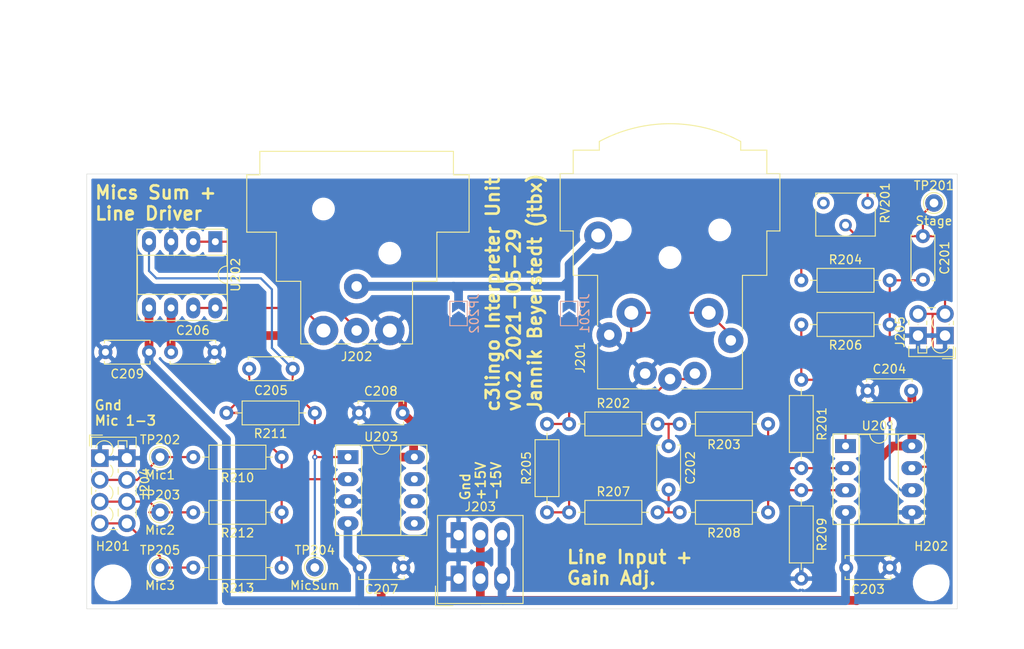
<source format=kicad_pcb>
(kicad_pcb (version 20171130) (host pcbnew "(5.1.10-1-10_14)")
  (title_block (title "c3lingo interpeter unit -- channel strip") (date 2021-05-29) (rev v0.2) (company "Jannik Beyerstedt (jtbx)") (comment 1 "Prototype 1"))
  (layers (0 F.Cu signal) (31 B.Cu signal) (34 B.Paste user) (35 F.Paste user) (36 B.SilkS user) (37 F.SilkS user) (38 B.Mask user) (39 F.Mask user) (44 Edge.Cuts user))
  (net 0 "")
  (net 1 -15V)
  (net 2 +15V)
  (net 3 GND)
  (net 4 /StageSignal)
  (net 5 "Net-(C201-Pad2)")
  (net 6 "Net-(C202-Pad2)")
  (net 7 "Net-(C202-Pad1)")
  (net 8 "Net-(C205-Pad2)")
  (net 9 "Net-(C205-Pad1)")
  (net 10 "Net-(J201-Pad3)")
  (net 11 "Net-(J201-Pad2)")
  (net 12 GNDREF)
  (net 13 "Net-(J202-Pad2)")
  (net 14 "Net-(J202-Pad3)")
  (net 15 /Mix_Ch3)
  (net 16 /Mix_Ch2)
  (net 17 /Mix_Ch1)
  (net 18 "Net-(R201-Pad2)")
  (net 19 "Net-(R201-Pad1)")
  (net 20 "Net-(R204-Pad1)")
  (net 21 "Net-(R208-Pad1)")
  (module MountingHole:MountingHole_3.2mm_M3 (layer F.Cu) (at 147 97)
    (fp_text reference H202 (at 0 -4.2) (layer F.SilkS))
    (fp_text value MountingHole)
    (pad 1 np_thru_hole circle (at 0 0) (size 3.2 3.2) (drill 3.2) (layers *.Cu *.Mask))
  )
  (module MountingHole:MountingHole_3.2mm_M3 (layer F.Cu) (at 53 97)
    (fp_text reference H201 (at 0 -4.2) (layer F.SilkS))
    (fp_text value MountingHole)
    (pad 1 np_thru_hole circle (at 0 0) (size 3.2 3.2) (drill 3.2) (layers *.Cu *.Mask))
  )
  (module TerminalBlock_Phoenix:TerminalBlock_Phoenix_PTSM-0,5-2-2.5-V-THR_1x02_P2.50mm_Vertical (layer F.Cu) (at 148.59 68.58 90)
    (fp_text reference J205 (at 0.4 -5.16 90) (layer F.SilkS))
    (fp_text value Output)
    (pad 2 thru_hole circle (at 2.5 -3.1 90) (size 2 2) (drill 1.2) (layers *.Cu *.Mask) (net 4 /StageSignal))
    (pad 2 thru_hole circle (at 2.5 0 90) (size 2 2) (drill 1.2) (layers *.Cu *.Mask) (net 4 /StageSignal))
    (pad 1 thru_hole rect (at 0 -3.1 90) (size 2 2) (drill 1.2) (layers *.Cu *.Mask) (net 3 GND))
    (pad 1 thru_hole rect (at 0 0 90) (size 2 2) (drill 1.2) (layers *.Cu *.Mask) (net 3 GND))
  )
  (module TerminalBlock_Phoenix:TerminalBlock_Phoenix_PTSM-0,5-4-2.5-V-THR_1x04_P2.50mm_Vertical (layer F.Cu) (at 51.51 82.67 270)
    (fp_text reference J204 (at 2.9 -5.16 90) (layer F.SilkS))
    (fp_text value Inputs)
    (pad 4 thru_hole circle (at 7.5 -3.1 270) (size 2 2) (drill 1.2) (layers *.Cu *.Mask) (net 15 /Mix_Ch3))
    (pad 4 thru_hole circle (at 7.5 0 270) (size 2 2) (drill 1.2) (layers *.Cu *.Mask) (net 15 /Mix_Ch3))
    (pad 3 thru_hole circle (at 5 -3.1 270) (size 2 2) (drill 1.2) (layers *.Cu *.Mask) (net 16 /Mix_Ch2))
    (pad 3 thru_hole circle (at 5 0 270) (size 2 2) (drill 1.2) (layers *.Cu *.Mask) (net 16 /Mix_Ch2))
    (pad 2 thru_hole circle (at 2.5 -3.1 270) (size 2 2) (drill 1.2) (layers *.Cu *.Mask) (net 17 /Mix_Ch1))
    (pad 2 thru_hole circle (at 2.5 0 270) (size 2 2) (drill 1.2) (layers *.Cu *.Mask) (net 17 /Mix_Ch1))
    (pad 1 thru_hole rect (at 0 -3.1 270) (size 2 2) (drill 1.2) (layers *.Cu *.Mask) (net 3 GND))
    (pad 1 thru_hole rect (at 0 0 270) (size 2 2) (drill 1.2) (layers *.Cu *.Mask) (net 3 GND))
  )
  (module TerminalBlock_Phoenix:TerminalBlock_Phoenix_PTSM-0,5-3-2.5-H-THR_1x03_P2.50mm_Horizontal (layer F.Cu) (at 92.71 96.52)
    (fp_text reference J203 (at 2.5 -8.26) (layer F.SilkS))
    (fp_text value PowerSupply)
    (pad 3 thru_hole oval (at 5 -5) (size 1.8 3) (drill 1.2) (layers *.Cu *.Mask) (net 1 -15V))
    (pad 3 thru_hole oval (at 5 0) (size 1.8 3) (drill 1.2) (layers *.Cu *.Mask) (net 1 -15V))
    (pad 2 thru_hole oval (at 2.5 -5) (size 1.8 3) (drill 1.2) (layers *.Cu *.Mask) (net 2 +15V))
    (pad 2 thru_hole oval (at 2.5 0) (size 1.8 3) (drill 1.2) (layers *.Cu *.Mask) (net 2 +15V))
    (pad 1 thru_hole rect (at 0 -5) (size 1.8 3) (drill 1.2) (layers *.Cu *.Mask) (net 3 GND))
    (pad 1 thru_hole rect (at 0 0) (size 1.8 3) (drill 1.2) (layers *.Cu *.Mask) (net 3 GND))
  )
  (module Connector_Audio:Jack_XLR_Neutrik_NC3MAAH_Horizontal (layer F.Cu) (at 84.81 68 180)
    (fp_text reference J202 (at 3.81 -3) (layer F.SilkS))
    (fp_text value "Mix Line-Out")
    (pad G thru_hole circle (at 3.81 5.08 180) (size 2.9 2.9) (drill 1.2) (layers *.Cu *.Mask) (net 12 GNDREF))
    (pad "" np_thru_hole circle (at 0 8.89 180) (size 1.6 1.6) (drill 1.6) (layers *.Cu *.Mask))
    (pad "" np_thru_hole circle (at 7.62 13.97 180) (size 1.6 1.6) (drill 1.6) (layers *.Cu *.Mask))
    (pad 3 thru_hole circle (at 3.81 0 180) (size 2.9 2.9) (drill 1.2) (layers *.Cu *.Mask) (net 14 "Net-(J202-Pad3)"))
    (pad 1 thru_hole circle (at 0 0 180) (size 3.4 3.4) (drill 1.6) (layers *.Cu *.Mask) (net 3 GND))
    (pad 2 thru_hole circle (at 7.62 0 180) (size 3.4 3.4) (drill 1.6) (layers *.Cu *.Mask) (net 13 "Net-(J202-Pad2)"))
  )
  (module Connector_Audio:Jack_XLR-6.35mm_Neutrik_NCJ6FA-H_Horizontal (layer F.Cu) (at 110.015 68.5 90)
    (fp_text reference J201 (at -2.62 -3.32 90) (layer F.SilkS))
    (fp_text value "Stage Line-In")
    (pad "" np_thru_hole circle (at 12.065 12.7 90) (size 1.6 1.6) (drill 1.6) (layers *.Cu *.Mask))
    (pad "" np_thru_hole circle (at 12.065 1.27 90) (size 1.6 1.6) (drill 1.6) (layers *.Cu *.Mask))
    (pad G thru_hole circle (at 11.43 -1.27 90) (size 3.2 3.2) (drill 1.6) (layers *.Cu *.Mask) (net 12 GNDREF))
    (pad "" np_thru_hole circle (at 8.89 6.985 90) (size 1.6 1.6) (drill 1.6) (layers *.Cu *.Mask))
    (pad T thru_hole circle (at 2.54 2.54 90) (size 3.4 3.4) (drill 1.6) (layers *.Cu *.Mask) (net 11 "Net-(J201-Pad2)"))
    (pad T thru_hole circle (at 2.54 11.43 90) (size 3.4 3.4) (drill 1.6) (layers *.Cu *.Mask) (net 11 "Net-(J201-Pad2)"))
    (pad R thru_hole circle (at -4.445 9.8425 90) (size 2.7 2.7) (drill 1.2) (layers *.Cu *.Mask) (net 10 "Net-(J201-Pad3)"))
    (pad S thru_hole circle (at -4.445 4.1275 90) (size 2.7 2.7) (drill 1.2) (layers *.Cu *.Mask) (net 3 GND))
    (pad 3 thru_hole circle (at -5.08 6.985 90) (size 2.7 2.7) (drill 1.2) (layers *.Cu *.Mask) (net 10 "Net-(J201-Pad3)"))
    (pad 2 thru_hole circle (at -0.635 13.97 90) (size 2.9 2.9) (drill 1.2) (layers *.Cu *.Mask) (net 11 "Net-(J201-Pad2)"))
    (pad 1 thru_hole circle (at 0 0 90) (size 2.9 2.9) (drill 1.2) (layers *.Cu *.Mask) (net 3 GND))
  )
  (module Jumper:SolderJumper-2_P1.3mm_Open_TrianglePad1.0x1.5mm (layer B.Cu) (at 92.71 66.04 90)
    (fp_text reference JP202 (at 0 1.8 270) (layer B.SilkS) (effects (justify mirror)))
    (fp_text value GND_JMP)
    (pad 1 smd custom (at -0.725 0 90) (size 0.3 0.3) (layers B.Cu B.Mask) (net 3 GND) (options (clearance outline) (anchor rect)) (primitives (gr_poly (pts (xy -0.5 0.75) (xy 0.5 0.75) (xy 1 0) (xy 0.5 -0.75) (xy -0.5 -0.75)) (width 0))))
    (pad 2 smd custom (at 0.725 0 90) (size 0.3 0.3) (layers B.Cu B.Mask) (net 12 GNDREF) (options (clearance outline) (anchor rect)) (primitives (gr_poly (pts (xy -0.65 0.75) (xy 0.5 0.75) (xy 0.5 -0.75) (xy -0.65 -0.75) (xy -0.15 0)) (width 0))))
  )
  (module Jumper:SolderJumper-2_P1.3mm_Open_TrianglePad1.0x1.5mm (layer B.Cu) (at 105.41 66.04 90)
    (fp_text reference JP201 (at 0 1.8 270) (layer B.SilkS) (effects (justify mirror)))
    (fp_text value GND_JMP)
    (pad 1 smd custom (at -0.725 0 90) (size 0.3 0.3) (layers B.Cu B.Mask) (net 3 GND) (options (clearance outline) (anchor rect)) (primitives (gr_poly (pts (xy -0.5 0.75) (xy 0.5 0.75) (xy 1 0) (xy 0.5 -0.75) (xy -0.5 -0.75)) (width 0))))
    (pad 2 smd custom (at 0.725 0 90) (size 0.3 0.3) (layers B.Cu B.Mask) (net 12 GNDREF) (options (clearance outline) (anchor rect)) (primitives (gr_poly (pts (xy -0.65 0.75) (xy 0.5 0.75) (xy 0.5 -0.75) (xy -0.65 -0.75) (xy -0.15 0)) (width 0))))
  )
  (module Package_DIP:DIP-8_W7.62mm_Socket_LongPads (layer F.Cu) (at 80.01 82.55)
    (fp_text reference U203 (at 3.81 -2.33) (layer F.SilkS))
    (fp_text value LM833N)
    (pad 8 thru_hole oval (at 7.62 0) (size 2.4 1.6) (drill 0.8) (layers *.Cu *.Mask) (net 2 +15V))
    (pad 4 thru_hole oval (at 0 7.62) (size 2.4 1.6) (drill 0.8) (layers *.Cu *.Mask) (net 1 -15V))
    (pad 7 thru_hole oval (at 7.62 2.54) (size 2.4 1.6) (drill 0.8) (layers *.Cu *.Mask))
    (pad 3 thru_hole oval (at 0 5.08) (size 2.4 1.6) (drill 0.8) (layers *.Cu *.Mask) (net 3 GND))
    (pad 6 thru_hole oval (at 7.62 5.08) (size 2.4 1.6) (drill 0.8) (layers *.Cu *.Mask))
    (pad 2 thru_hole oval (at 0 2.54) (size 2.4 1.6) (drill 0.8) (layers *.Cu *.Mask) (net 8 "Net-(C205-Pad2)"))
    (pad 5 thru_hole oval (at 7.62 7.62) (size 2.4 1.6) (drill 0.8) (layers *.Cu *.Mask))
    (pad 1 thru_hole rect (at 0 0) (size 2.4 1.6) (drill 0.8) (layers *.Cu *.Mask) (net 9 "Net-(C205-Pad1)"))
  )
  (module Potentiometer_THT:Potentiometer_Vishay_T73XX_Horizontal (layer F.Cu) (at 139.7 53.34 270)
    (fp_text reference RV201 (at 0 -2.01 90) (layer F.SilkS))
    (fp_text value 100K)
    (pad 1 thru_hole circle (at 0 0 270) (size 1.44 1.44) (drill 0.8) (layers *.Cu *.Mask) (net 20 "Net-(R204-Pad1)"))
    (pad 2 thru_hole circle (at 2.54 2.54 270) (size 1.44 1.44) (drill 0.8) (layers *.Cu *.Mask) (net 4 /StageSignal))
    (pad 3 thru_hole circle (at 0 5.08 270) (size 1.44 1.44) (drill 0.8) (layers *.Cu *.Mask))
  )
  (module Resistor_THT:R_Axial_DIN0207_L6.3mm_D2.5mm_P10.16mm_Horizontal (layer F.Cu) (at 105.41 88.9)
    (fp_text reference R207 (at 5.08 -2.37) (layer F.SilkS))
    (fp_text value 10K)
    (pad 2 thru_hole oval (at 10.16 0) (size 1.6 1.6) (drill 0.8) (layers *.Cu *.Mask) (net 6 "Net-(C202-Pad2)"))
    (pad 1 thru_hole circle (at 0 0) (size 1.6 1.6) (drill 0.8) (layers *.Cu *.Mask) (net 10 "Net-(J201-Pad3)"))
  )
  (module Resistor_THT:R_Axial_DIN0207_L6.3mm_D2.5mm_P10.16mm_Horizontal (layer F.Cu) (at 102.87 88.9 90)
    (fp_text reference R205 (at 5.08 -2.37 90) (layer F.SilkS))
    (fp_text value 3.3K)
    (pad 2 thru_hole oval (at 10.16 0 90) (size 1.6 1.6) (drill 0.8) (layers *.Cu *.Mask) (net 11 "Net-(J201-Pad2)"))
    (pad 1 thru_hole circle (at 0 0 90) (size 1.6 1.6) (drill 0.8) (layers *.Cu *.Mask) (net 10 "Net-(J201-Pad3)"))
  )
  (module Resistor_THT:R_Axial_DIN0207_L6.3mm_D2.5mm_P10.16mm_Horizontal (layer F.Cu) (at 105.41 78.74)
    (fp_text reference R202 (at 5.08 -2.37) (layer F.SilkS))
    (fp_text value 10K)
    (pad 2 thru_hole oval (at 10.16 0) (size 1.6 1.6) (drill 0.8) (layers *.Cu *.Mask) (net 7 "Net-(C202-Pad1)"))
    (pad 1 thru_hole circle (at 0 0) (size 1.6 1.6) (drill 0.8) (layers *.Cu *.Mask) (net 11 "Net-(J201-Pad2)"))
  )
  (module Capacitor_THT:C_Disc_D5.0mm_W2.5mm_P5.00mm (layer F.Cu) (at 116.84 81.28 270)
    (fp_text reference C202 (at 2.5 -2.5 90) (layer F.SilkS))
    (fp_text value 220pF)
    (pad 2 thru_hole circle (at 5 0 270) (size 1.6 1.6) (drill 0.8) (layers *.Cu *.Mask) (net 6 "Net-(C202-Pad2)"))
    (pad 1 thru_hole circle (at 0 0 270) (size 1.6 1.6) (drill 0.8) (layers *.Cu *.Mask) (net 7 "Net-(C202-Pad1)"))
  )
  (module TestPoint:TestPoint_THTPad_D2.0mm_Drill1.0mm (layer F.Cu) (at 58.42 95.25)
    (fp_text reference TP205 (at 0 -1.998) (layer F.SilkS))
    (fp_text value Mic3 (at 0 2.05) (layer F.SilkS))
    (pad 1 thru_hole circle (at 0 0) (size 2 2) (drill 1) (layers *.Cu *.Mask) (net 15 /Mix_Ch3))
  )
  (module TestPoint:TestPoint_THTPad_D2.0mm_Drill1.0mm (layer F.Cu) (at 58.42 88.9)
    (fp_text reference TP203 (at 0 -1.998) (layer F.SilkS))
    (fp_text value Mic2 (at 0 2.05) (layer F.SilkS))
    (pad 1 thru_hole circle (at 0 0) (size 2 2) (drill 1) (layers *.Cu *.Mask) (net 16 /Mix_Ch2))
  )
  (module TestPoint:TestPoint_THTPad_D2.0mm_Drill1.0mm (layer F.Cu) (at 58.42 82.55)
    (fp_text reference TP202 (at 0 -1.998) (layer F.SilkS))
    (fp_text value Mic1 (at 0 2.05) (layer F.SilkS))
    (pad 1 thru_hole circle (at 0 0) (size 2 2) (drill 1) (layers *.Cu *.Mask) (net 17 /Mix_Ch1))
  )
  (module TestPoint:TestPoint_THTPad_D2.0mm_Drill1.0mm (layer F.Cu) (at 147.32 53.34)
    (fp_text reference TP201 (at 0 -1.998) (layer F.SilkS))
    (fp_text value Stage (at 0 2.05) (layer F.SilkS))
    (pad 1 thru_hole circle (at 0 0) (size 2 2) (drill 1) (layers *.Cu *.Mask) (net 4 /StageSignal))
  )
  (module TestPoint:TestPoint_THTPad_D2.0mm_Drill1.0mm (layer F.Cu) (at 76.2 95.25)
    (fp_text reference TP204 (at 0 -1.998) (layer F.SilkS))
    (fp_text value MicSum (at 0 2.05) (layer F.SilkS))
    (pad 1 thru_hole circle (at 0 0) (size 2 2) (drill 1) (layers *.Cu *.Mask) (net 9 "Net-(C205-Pad1)"))
  )
  (module Capacitor_THT:C_Disc_D5.0mm_W2.5mm_P5.00mm (layer F.Cu) (at 73.66 72.39 180)
    (fp_text reference C205 (at 2.5 -2.5) (layer F.SilkS))
    (fp_text value 22pF)
    (pad 2 thru_hole circle (at 5 0 180) (size 1.6 1.6) (drill 0.8) (layers *.Cu *.Mask) (net 8 "Net-(C205-Pad2)"))
    (pad 1 thru_hole circle (at 0 0 180) (size 1.6 1.6) (drill 0.8) (layers *.Cu *.Mask) (net 9 "Net-(C205-Pad1)"))
  )
  (module Capacitor_THT:C_Disc_D5.0mm_W2.5mm_P5.00mm (layer F.Cu) (at 86.36 95.25 180)
    (fp_text reference C207 (at 2.5 -2.5) (layer F.SilkS))
    (fp_text value 100nF)
    (pad 2 thru_hole circle (at 5 0 180) (size 1.6 1.6) (drill 0.8) (layers *.Cu *.Mask) (net 1 -15V))
    (pad 1 thru_hole circle (at 0 0 180) (size 1.6 1.6) (drill 0.8) (layers *.Cu *.Mask) (net 3 GND))
  )
  (module Capacitor_THT:C_Disc_D5.0mm_W2.5mm_P5.00mm (layer F.Cu) (at 81.28 77.47)
    (fp_text reference C208 (at 2.5 -2.5) (layer F.SilkS))
    (fp_text value 100nF)
    (pad 2 thru_hole circle (at 5 0) (size 1.6 1.6) (drill 0.8) (layers *.Cu *.Mask) (net 2 +15V))
    (pad 1 thru_hole circle (at 0 0) (size 1.6 1.6) (drill 0.8) (layers *.Cu *.Mask) (net 3 GND))
  )
  (module Capacitor_THT:C_Disc_D5.0mm_W2.5mm_P5.00mm (layer F.Cu) (at 146.05 57.15 270)
    (fp_text reference C201 (at 2.5 -2.5 90) (layer F.SilkS))
    (fp_text value 47pF)
    (pad 1 thru_hole circle (at 0 0 270) (size 1.6 1.6) (drill 0.8) (layers *.Cu *.Mask) (net 4 /StageSignal))
    (pad 2 thru_hole circle (at 5 0 270) (size 1.6 1.6) (drill 0.8) (layers *.Cu *.Mask) (net 5 "Net-(C201-Pad2)"))
  )
  (module Capacitor_THT:C_Disc_D5.0mm_W2.5mm_P5.00mm (layer F.Cu) (at 142.24 95.25 180)
    (fp_text reference C203 (at 2.5 -2.5) (layer F.SilkS))
    (fp_text value 100nF)
    (pad 2 thru_hole circle (at 5 0 180) (size 1.6 1.6) (drill 0.8) (layers *.Cu *.Mask) (net 1 -15V))
    (pad 1 thru_hole circle (at 0 0 180) (size 1.6 1.6) (drill 0.8) (layers *.Cu *.Mask) (net 3 GND))
  )
  (module Capacitor_THT:C_Disc_D5.0mm_W2.5mm_P5.00mm (layer F.Cu) (at 139.7 74.93)
    (fp_text reference C204 (at 2.5 -2.5) (layer F.SilkS))
    (fp_text value 100nF)
    (pad 1 thru_hole circle (at 0 0) (size 1.6 1.6) (drill 0.8) (layers *.Cu *.Mask) (net 3 GND))
    (pad 2 thru_hole circle (at 5 0) (size 1.6 1.6) (drill 0.8) (layers *.Cu *.Mask) (net 2 +15V))
  )
  (module Capacitor_THT:C_Disc_D5.0mm_W2.5mm_P5.00mm (layer F.Cu) (at 59.69 70.485)
    (fp_text reference C206 (at 2.5 -2.5) (layer F.SilkS))
    (fp_text value 1uF)
    (pad 1 thru_hole circle (at 0 0) (size 1.6 1.6) (drill 0.8) (layers *.Cu *.Mask) (net 2 +15V))
    (pad 2 thru_hole circle (at 5 0) (size 1.6 1.6) (drill 0.8) (layers *.Cu *.Mask) (net 3 GND))
  )
  (module Capacitor_THT:C_Disc_D5.0mm_W2.5mm_P5.00mm (layer F.Cu) (at 57.15 70.485 180)
    (fp_text reference C209 (at 2.5 -2.5) (layer F.SilkS))
    (fp_text value 1uF)
    (pad 2 thru_hole circle (at 5 0 180) (size 1.6 1.6) (drill 0.8) (layers *.Cu *.Mask) (net 3 GND))
    (pad 1 thru_hole circle (at 0 0 180) (size 1.6 1.6) (drill 0.8) (layers *.Cu *.Mask) (net 1 -15V))
  )
  (module Resistor_THT:R_Axial_DIN0207_L6.3mm_D2.5mm_P10.16mm_Horizontal (layer F.Cu) (at 72.39 82.55 180)
    (fp_text reference R210 (at 5.08 -2.37) (layer F.SilkS))
    (fp_text value 22K)
    (pad 2 thru_hole oval (at 10.16 0 180) (size 1.6 1.6) (drill 0.8) (layers *.Cu *.Mask) (net 17 /Mix_Ch1))
    (pad 1 thru_hole circle (at 0 0 180) (size 1.6 1.6) (drill 0.8) (layers *.Cu *.Mask) (net 8 "Net-(C205-Pad2)"))
  )
  (module Resistor_THT:R_Axial_DIN0207_L6.3mm_D2.5mm_P10.16mm_Horizontal (layer F.Cu) (at 76.2 77.47 180)
    (fp_text reference R211 (at 5.08 -2.37) (layer F.SilkS))
    (fp_text value 22K)
    (pad 1 thru_hole circle (at 0 0 180) (size 1.6 1.6) (drill 0.8) (layers *.Cu *.Mask) (net 9 "Net-(C205-Pad1)"))
    (pad 2 thru_hole oval (at 10.16 0 180) (size 1.6 1.6) (drill 0.8) (layers *.Cu *.Mask) (net 8 "Net-(C205-Pad2)"))
  )
  (module Resistor_THT:R_Axial_DIN0207_L6.3mm_D2.5mm_P10.16mm_Horizontal (layer F.Cu) (at 72.39 88.9 180)
    (fp_text reference R212 (at 5.08 -2.37) (layer F.SilkS))
    (fp_text value 22K)
    (pad 2 thru_hole oval (at 10.16 0 180) (size 1.6 1.6) (drill 0.8) (layers *.Cu *.Mask) (net 16 /Mix_Ch2))
    (pad 1 thru_hole circle (at 0 0 180) (size 1.6 1.6) (drill 0.8) (layers *.Cu *.Mask) (net 8 "Net-(C205-Pad2)"))
  )
  (module Resistor_THT:R_Axial_DIN0207_L6.3mm_D2.5mm_P10.16mm_Horizontal (layer F.Cu) (at 72.39 95.25 180)
    (fp_text reference R213 (at 5.08 -2.37) (layer F.SilkS))
    (fp_text value 22K)
    (pad 2 thru_hole oval (at 10.16 0 180) (size 1.6 1.6) (drill 0.8) (layers *.Cu *.Mask) (net 15 /Mix_Ch3))
    (pad 1 thru_hole circle (at 0 0 180) (size 1.6 1.6) (drill 0.8) (layers *.Cu *.Mask) (net 8 "Net-(C205-Pad2)"))
  )
  (module Resistor_THT:R_Axial_DIN0207_L6.3mm_D2.5mm_P10.16mm_Horizontal (layer F.Cu) (at 132.08 73.66 270)
    (fp_text reference R201 (at 5.08 -2.37 90) (layer F.SilkS))
    (fp_text value 10K)
    (pad 2 thru_hole oval (at 10.16 0 270) (size 1.6 1.6) (drill 0.8) (layers *.Cu *.Mask) (net 18 "Net-(R201-Pad2)"))
    (pad 1 thru_hole circle (at 0 0 270) (size 1.6 1.6) (drill 0.8) (layers *.Cu *.Mask) (net 19 "Net-(R201-Pad1)"))
  )
  (module Resistor_THT:R_Axial_DIN0207_L6.3mm_D2.5mm_P10.16mm_Horizontal (layer F.Cu) (at 128.27 78.74 180)
    (fp_text reference R203 (at 5.08 -2.37) (layer F.SilkS))
    (fp_text value 10K)
    (pad 2 thru_hole oval (at 10.16 0 180) (size 1.6 1.6) (drill 0.8) (layers *.Cu *.Mask) (net 7 "Net-(C202-Pad1)"))
    (pad 1 thru_hole circle (at 0 0 180) (size 1.6 1.6) (drill 0.8) (layers *.Cu *.Mask) (net 18 "Net-(R201-Pad2)"))
  )
  (module Resistor_THT:R_Axial_DIN0207_L6.3mm_D2.5mm_P10.16mm_Horizontal (layer F.Cu) (at 132.08 62.23)
    (fp_text reference R204 (at 5.08 -2.37) (layer F.SilkS))
    (fp_text value 22K)
    (pad 2 thru_hole oval (at 10.16 0) (size 1.6 1.6) (drill 0.8) (layers *.Cu *.Mask) (net 5 "Net-(C201-Pad2)"))
    (pad 1 thru_hole circle (at 0 0) (size 1.6 1.6) (drill 0.8) (layers *.Cu *.Mask) (net 20 "Net-(R204-Pad1)"))
  )
  (module Resistor_THT:R_Axial_DIN0207_L6.3mm_D2.5mm_P10.16mm_Horizontal (layer F.Cu) (at 142.24 67.31 180)
    (fp_text reference R206 (at 5.08 -2.37) (layer F.SilkS))
    (fp_text value 47K)
    (pad 1 thru_hole circle (at 0 0 180) (size 1.6 1.6) (drill 0.8) (layers *.Cu *.Mask) (net 5 "Net-(C201-Pad2)"))
    (pad 2 thru_hole oval (at 10.16 0 180) (size 1.6 1.6) (drill 0.8) (layers *.Cu *.Mask) (net 19 "Net-(R201-Pad1)"))
  )
  (module Resistor_THT:R_Axial_DIN0207_L6.3mm_D2.5mm_P10.16mm_Horizontal (layer F.Cu) (at 128.27 88.9 180)
    (fp_text reference R208 (at 5.08 -2.37) (layer F.SilkS))
    (fp_text value 10K)
    (pad 1 thru_hole circle (at 0 0 180) (size 1.6 1.6) (drill 0.8) (layers *.Cu *.Mask) (net 21 "Net-(R208-Pad1)"))
    (pad 2 thru_hole oval (at 10.16 0 180) (size 1.6 1.6) (drill 0.8) (layers *.Cu *.Mask) (net 6 "Net-(C202-Pad2)"))
  )
  (module Resistor_THT:R_Axial_DIN0207_L6.3mm_D2.5mm_P10.16mm_Horizontal (layer F.Cu) (at 132.08 86.36 270)
    (fp_text reference R209 (at 5.08 -2.37 90) (layer F.SilkS))
    (fp_text value 10K)
    (pad 1 thru_hole circle (at 0 0 270) (size 1.6 1.6) (drill 0.8) (layers *.Cu *.Mask) (net 21 "Net-(R208-Pad1)"))
    (pad 2 thru_hole oval (at 10.16 0 270) (size 1.6 1.6) (drill 0.8) (layers *.Cu *.Mask) (net 3 GND))
  )
  (module Package_DIP:DIP-8_W7.62mm_Socket_LongPads (layer F.Cu) (at 137.16 81.28)
    (fp_text reference U201 (at 3.81 -2.33) (layer F.SilkS))
    (fp_text value LM833N)
    (pad 8 thru_hole oval (at 7.62 0) (size 2.4 1.6) (drill 0.8) (layers *.Cu *.Mask) (net 2 +15V))
    (pad 4 thru_hole oval (at 0 7.62) (size 2.4 1.6) (drill 0.8) (layers *.Cu *.Mask) (net 1 -15V))
    (pad 7 thru_hole oval (at 7.62 2.54) (size 2.4 1.6) (drill 0.8) (layers *.Cu *.Mask) (net 4 /StageSignal))
    (pad 3 thru_hole oval (at 0 5.08) (size 2.4 1.6) (drill 0.8) (layers *.Cu *.Mask) (net 21 "Net-(R208-Pad1)"))
    (pad 6 thru_hole oval (at 7.62 5.08) (size 2.4 1.6) (drill 0.8) (layers *.Cu *.Mask) (net 5 "Net-(C201-Pad2)"))
    (pad 2 thru_hole oval (at 0 2.54) (size 2.4 1.6) (drill 0.8) (layers *.Cu *.Mask) (net 18 "Net-(R201-Pad2)"))
    (pad 5 thru_hole oval (at 7.62 7.62) (size 2.4 1.6) (drill 0.8) (layers *.Cu *.Mask) (net 3 GND))
    (pad 1 thru_hole rect (at 0 0) (size 2.4 1.6) (drill 0.8) (layers *.Cu *.Mask) (net 19 "Net-(R201-Pad1)"))
  )
  (module Package_DIP:DIP-8_W7.62mm_Socket_LongPads (layer F.Cu) (at 64.77 57.785 270)
    (fp_text reference U202 (at 3.81 -2.33 90) (layer F.SilkS))
    (fp_text value DRV134PA)
    (pad 1 thru_hole rect (at 0 0 270) (size 2.4 1.6) (drill 0.8) (layers *.Cu *.Mask) (net 14 "Net-(J202-Pad3)"))
    (pad 5 thru_hole oval (at 7.62 7.62 270) (size 2.4 1.6) (drill 0.8) (layers *.Cu *.Mask) (net 1 -15V))
    (pad 2 thru_hole oval (at 0 2.54 270) (size 2.4 1.6) (drill 0.8) (layers *.Cu *.Mask) (net 14 "Net-(J202-Pad3)"))
    (pad 6 thru_hole oval (at 7.62 5.08 270) (size 2.4 1.6) (drill 0.8) (layers *.Cu *.Mask) (net 2 +15V))
    (pad 3 thru_hole oval (at 0 5.08 270) (size 2.4 1.6) (drill 0.8) (layers *.Cu *.Mask) (net 3 GND))
    (pad 7 thru_hole oval (at 7.62 2.54 270) (size 2.4 1.6) (drill 0.8) (layers *.Cu *.Mask) (net 13 "Net-(J202-Pad2)"))
    (pad 4 thru_hole oval (at 0 7.62 270) (size 2.4 1.6) (drill 0.8) (layers *.Cu *.Mask) (net 9 "Net-(C205-Pad1)"))
    (pad 8 thru_hole oval (at 7.62 0 270) (size 2.4 1.6) (drill 0.8) (layers *.Cu *.Mask) (net 13 "Net-(J202-Pad2)"))
  )
  (gr_text "Gnd\n+15V\n-15V" (at 95.25 87.63 90) (layer F.SilkS) (effects (font (size 1.1 1.1) (thickness 0.2)) (justify left)))
  (gr_text "Gnd\nMic 1-3\n" (at 50.8 77.47) (layer F.SilkS) (effects (font (size 1.1 1.1) (thickness 0.2)) (justify left)))
  (gr_text "Line Input +\nGain Adj." (at 105 95.25) (layer F.SilkS) (effects (font (size 1.5 1.5) (thickness 0.3)) (justify left)))
  (gr_line (start 50 50) (end 150 50) (layer Edge.Cuts) (width 0.05))
  (gr_text "c3lingo Interpreter Unit\nv0.2 2021-05-29\nJannik Beyerstedt (jtbx)" (at 99.06 77.47 90) (layer F.SilkS) (effects (font (size 1.5 1.5) (thickness 0.3)) (justify left)))
  (gr_line (start 50 100) (end 50 50) (layer Edge.Cuts) (width 0.05))
  (gr_line (start 150 100) (end 50 100) (layer Edge.Cuts) (width 0.05))
  (gr_line (start 150 50) (end 150 100) (layer Edge.Cuts) (width 0.05))
  (gr_text "Mics Sum +\nLine Driver" (at 50.8 53.34) (layer F.SilkS) (effects (font (size 1.5 1.5) (thickness 0.3)) (justify left)))
  (segment (start 57.15 65.405) (end 57.15 70.485) (width 1) (layer F.Cu) (net 1))
  (segment (start 137.16 88.9) (end 137.16 95.17) (width 1) (layer B.Cu) (net 1))
  (segment (start 137.16 95.33) (end 137.24 95.25) (width 1) (layer B.Cu) (net 1))
  (segment (start 137.16 99.06) (end 137.16 95.33) (width 1) (layer B.Cu) (net 1))
  (segment (start 80.01 93.9) (end 81.36 95.25) (width 1) (layer B.Cu) (net 1))
  (segment (start 80.01 90.17) (end 80.01 93.9) (width 1) (layer B.Cu) (net 1))
  (segment (start 81.36 98.98) (end 81.28 99.06) (width 1) (layer B.Cu) (net 1))
  (segment (start 81.36 95.25) (end 81.36 98.98) (width 1) (layer B.Cu) (net 1))
  (segment (start 57.15 71.61637) (end 57.15 70.485) (width 1) (layer B.Cu) (net 1))
  (segment (start 66.04 99.06) (end 66.04 80.50637) (width 1) (layer B.Cu) (net 1))
  (segment (start 66.04 80.50637) (end 57.15 71.61637) (width 1) (layer B.Cu) (net 1))
  (segment (start 66.04 99.06) (end 81.28 99.06) (width 1) (layer B.Cu) (net 1))
  (segment (start 97.71 91.52) (end 97.71 96.52) (width 1) (layer B.Cu) (net 1))
  (segment (start 97.71 98.98) (end 97.79 99.06) (width 1) (layer B.Cu) (net 1))
  (segment (start 97.71 96.52) (end 97.71 98.98) (width 1) (layer B.Cu) (net 1))
  (segment (start 81.28 99.06) (end 97.79 99.06) (width 1) (layer B.Cu) (net 1))
  (segment (start 97.79 99.06) (end 137.16 99.06) (width 1) (layer B.Cu) (net 1))
  (segment (start 138.43 99.06) (end 139.7 97.79) (width 1) (layer F.Cu) (net 2))
  (segment (start 139.7 97.79) (end 139.7 91.44) (width 1) (layer F.Cu) (net 2))
  (segment (start 139.7 91.44) (end 140.97 90.17) (width 1) (layer F.Cu) (net 2))
  (segment (start 142.58 81.28) (end 144.78 81.28) (width 1) (layer F.Cu) (net 2))
  (segment (start 140.97 82.89) (end 142.58 81.28) (width 1) (layer F.Cu) (net 2))
  (segment (start 140.97 90.17) (end 140.97 82.89) (width 1) (layer F.Cu) (net 2))
  (segment (start 144.78 75.01) (end 144.7 74.93) (width 1) (layer F.Cu) (net 2))
  (segment (start 144.78 81.28) (end 144.78 75.01) (width 1) (layer F.Cu) (net 2))
  (segment (start 86.28 77.47) (end 87.55 78.74) (width 1) (layer F.Cu) (net 2))
  (segment (start 87.55 82.47) (end 87.63 82.55) (width 1) (layer F.Cu) (net 2))
  (segment (start 87.55 78.74) (end 87.55 82.47) (width 1) (layer F.Cu) (net 2))
  (segment (start 87.63 82.55) (end 85.09 82.55) (width 1) (layer F.Cu) (net 2))
  (segment (start 85.09 82.55) (end 83.82 83.82) (width 1) (layer F.Cu) (net 2))
  (segment (start 83.82 83.82) (end 83.82 99.06) (width 1) (layer F.Cu) (net 2))
  (segment (start 86.28 77.47) (end 86.28 72.31) (width 1) (layer F.Cu) (net 2))
  (segment (start 86.28 72.31) (end 85.09 71.12) (width 1) (layer F.Cu) (net 2))
  (segment (start 85.09 71.12) (end 76.2 71.12) (width 1) (layer F.Cu) (net 2))
  (segment (start 76.2 71.12) (end 73.66 68.58) (width 1) (layer F.Cu) (net 2))
  (segment (start 73.66 68.58) (end 59.69 68.58) (width 1) (layer F.Cu) (net 2))
  (segment (start 59.69 68.58) (end 59.69 70.485) (width 1) (layer F.Cu) (net 2))
  (segment (start 59.69 65.405) (end 59.69 68.58) (width 1) (layer F.Cu) (net 2))
  (segment (start 95.21 91.52) (end 95.21 96.52) (width 1) (layer F.Cu) (net 2))
  (segment (start 95.21 96.52) (end 95.21 99.02) (width 1) (layer F.Cu) (net 2))
  (segment (start 95.25 99.06) (end 83.82 99.06) (width 1) (layer F.Cu) (net 2))
  (segment (start 95.21 99.02) (end 95.25 99.06) (width 1) (layer F.Cu) (net 2))
  (segment (start 138.39 99.02) (end 138.43 99.06) (width 1) (layer F.Cu) (net 2))
  (segment (start 95.21 99.02) (end 138.39 99.02) (width 1) (layer F.Cu) (net 2))
  (segment (start 146.05 57.15) (end 148.59 57.15) (width 0.25) (layer F.Cu) (net 4))
  (segment (start 148.59 57.15) (end 148.59 66.08) (width 0.25) (layer F.Cu) (net 4))
  (segment (start 145.49 66.08) (end 148.59 66.08) (width 0.25) (layer F.Cu) (net 4))
  (segment (start 147.164999 66.090788) (end 147.164999 83.664999) (width 0.25) (layer F.Cu) (net 4))
  (segment (start 147.175787 66.08) (end 147.164999 66.090788) (width 0.25) (layer F.Cu) (net 4))
  (segment (start 148.59 66.08) (end 147.175787 66.08) (width 0.25) (layer F.Cu) (net 4))
  (segment (start 144.935001 83.664999) (end 144.78 83.82) (width 0.25) (layer F.Cu) (net 4))
  (segment (start 147.164999 83.664999) (end 144.935001 83.664999) (width 0.25) (layer F.Cu) (net 4))
  (segment (start 146.05 54.61) (end 147.32 53.34) (width 0.25) (layer F.Cu) (net 4))
  (segment (start 146.05 57.15) (end 146.05 54.61) (width 0.25) (layer F.Cu) (net 4))
  (segment (start 137.16 55.88) (end 138.43 57.15) (width 0.25) (layer F.Cu) (net 4))
  (segment (start 138.43 57.15) (end 146.05 57.15) (width 0.25) (layer F.Cu) (net 4))
  (segment (start 142.24 62.23) (end 142.24 67.31) (width 0.25) (layer F.Cu) (net 5))
  (segment (start 145.97 62.23) (end 146.05 62.15) (width 0.25) (layer F.Cu) (net 5))
  (segment (start 142.24 62.23) (end 145.97 62.23) (width 0.25) (layer F.Cu) (net 5))
  (segment (start 142.24 67.31) (end 142.24 78.74) (width 0.25) (layer F.Cu) (net 5))
  (segment (start 142.24 78.74) (end 142.24 78.74) (width 0.25) (layer F.Cu) (net 5))
  (via (at 142.24 78.74) (size 0.6) (drill 0.3) (layers F.Cu B.Cu) (net 5))
  (segment (start 142.24 78.74) (end 142.24 85.09) (width 0.25) (layer B.Cu) (net 5))
  (segment (start 142.24 85.09) (end 143.51 86.36) (width 0.25) (layer B.Cu) (net 5))
  (segment (start 143.51 86.36) (end 144.78 86.36) (width 0.25) (layer B.Cu) (net 5))
  (segment (start 115.57 88.9) (end 118.11 88.9) (width 0.25) (layer F.Cu) (net 6))
  (segment (start 116.84 86.28) (end 116.84 88.9) (width 0.25) (layer F.Cu) (net 6))
  (segment (start 116.84 78.74) (end 116.84 81.28) (width 0.25) (layer F.Cu) (net 7))
  (segment (start 115.57 78.74) (end 116.84 78.74) (width 0.25) (layer F.Cu) (net 7))
  (segment (start 116.84 78.74) (end 118.11 78.74) (width 0.25) (layer F.Cu) (net 7))
  (segment (start 72.39 88.9) (end 72.39 95.25) (width 0.25) (layer F.Cu) (net 8))
  (segment (start 72.39 82.55) (end 72.39 85.09) (width 0.25) (layer F.Cu) (net 8))
  (segment (start 72.39 85.09) (end 72.39 88.9) (width 0.25) (layer F.Cu) (net 8))
  (segment (start 68.66 74.85) (end 66.04 77.47) (width 0.25) (layer F.Cu) (net 8))
  (segment (start 68.66 72.39) (end 68.66 74.85) (width 0.25) (layer F.Cu) (net 8))
  (segment (start 67.31 77.47) (end 72.39 82.55) (width 0.25) (layer F.Cu) (net 8))
  (segment (start 66.04 77.47) (end 67.31 77.47) (width 0.25) (layer F.Cu) (net 8))
  (segment (start 72.39 85.09) (end 80.01 85.09) (width 0.25) (layer F.Cu) (net 8))
  (segment (start 73.66 74.93) (end 76.2 77.47) (width 0.25) (layer F.Cu) (net 9))
  (segment (start 73.66 72.39) (end 73.66 74.93) (width 0.25) (layer F.Cu) (net 9))
  (segment (start 76.2 77.47) (end 76.2 82.55) (width 0.25) (layer F.Cu) (net 9))
  (segment (start 76.2 82.55) (end 80.01 82.55) (width 0.25) (layer F.Cu) (net 9))
  (segment (start 76.2 82.55) (end 76.2 82.55) (width 0.25) (layer F.Cu) (net 9))
  (segment (start 76.2 82.55) (end 76.2 82.55) (width 0.25) (layer F.Cu) (net 9))
  (via (at 76.2 82.55) (size 0.6) (drill 0.3) (layers F.Cu B.Cu) (net 9))
  (segment (start 76.2 82.55) (end 76.2 95.25) (width 0.25) (layer B.Cu) (net 9))
  (segment (start 73.66 72.39) (end 71.27 70) (width 0.25) (layer B.Cu) (net 9))
  (segment (start 71.27 70) (end 71.27 63.27) (width 0.25) (layer B.Cu) (net 9))
  (segment (start 71.27 63.27) (end 70 62) (width 0.25) (layer B.Cu) (net 9))
  (segment (start 70 62) (end 58 62) (width 0.25) (layer B.Cu) (net 9))
  (segment (start 57.15 61.15) (end 57.15 57.785) (width 0.25) (layer B.Cu) (net 9))
  (segment (start 58 62) (end 57.15 61.15) (width 0.25) (layer B.Cu) (net 9))
  (segment (start 119.2075 73.58) (end 119.8425 72.945) (width 0.25) (layer F.Cu) (net 10))
  (segment (start 116.985 73.58) (end 119.2075 73.58) (width 0.25) (layer F.Cu) (net 10))
  (segment (start 105.41 88.9) (end 102.87 88.9) (width 0.25) (layer F.Cu) (net 10))
  (segment (start 105.41 85.155) (end 116.985 73.58) (width 0.25) (layer F.Cu) (net 10))
  (segment (start 105.41 88.9) (end 105.41 85.155) (width 0.25) (layer F.Cu) (net 10))
  (segment (start 112.54 65.96) (end 121.43 65.96) (width 0.25) (layer F.Cu) (net 11))
  (segment (start 123.97 68.5) (end 123.97 69.135) (width 0.25) (layer F.Cu) (net 11))
  (segment (start 121.43 65.96) (end 123.97 68.5) (width 0.25) (layer F.Cu) (net 11))
  (segment (start 102.87 78.74) (end 105.41 78.74) (width 0.25) (layer F.Cu) (net 11))
  (segment (start 112.54 70.34) (end 112.54 65.96) (width 0.25) (layer F.Cu) (net 11))
  (segment (start 105.41 77.47) (end 112.54 70.34) (width 0.25) (layer F.Cu) (net 11))
  (segment (start 105.41 78.74) (end 105.41 77.47) (width 0.25) (layer F.Cu) (net 11))
  (segment (start 108.73 57.07) (end 105.41 60.39) (width 1) (layer B.Cu) (net 12))
  (segment (start 104.72 62.92) (end 105.41 62.23) (width 1) (layer B.Cu) (net 12))
  (segment (start 105.41 62.23) (end 105.41 64.96499) (width 1) (layer B.Cu) (net 12))
  (segment (start 105.41 60.39) (end 105.41 62.23) (width 1) (layer B.Cu) (net 12))
  (segment (start 92.13 62.92) (end 92.71 63.5) (width 1) (layer B.Cu) (net 12))
  (segment (start 81.19 62.92) (end 92.13 62.92) (width 1) (layer B.Cu) (net 12))
  (segment (start 92.13 62.92) (end 104.72 62.92) (width 1) (layer B.Cu) (net 12))
  (segment (start 92.71 63.5) (end 92.71 64.96499) (width 1) (layer B.Cu) (net 12))
  (segment (start 62.23 65.405) (end 64.77 65.405) (width 0.25) (layer F.Cu) (net 13))
  (segment (start 74.785 65.405) (end 77.38 68) (width 0.25) (layer F.Cu) (net 13))
  (segment (start 64.77 65.405) (end 74.785 65.405) (width 0.25) (layer F.Cu) (net 13))
  (segment (start 62.23 57.785) (end 64.77 57.785) (width 0.25) (layer F.Cu) (net 14))
  (segment (start 70.975 57.785) (end 81.19 68) (width 0.25) (layer F.Cu) (net 14))
  (segment (start 64.77 57.785) (end 70.975 57.785) (width 0.25) (layer F.Cu) (net 14))
  (segment (start 58.42 95.25) (end 62.23 95.25) (width 0.25) (layer F.Cu) (net 15))
  (segment (start 54.61 90.17) (end 51.51 90.17) (width 0.25) (layer F.Cu) (net 15))
  (segment (start 58.42 93.98) (end 58.42 95.25) (width 0.25) (layer F.Cu) (net 15))
  (segment (start 54.61 90.17) (end 58.42 93.98) (width 0.25) (layer F.Cu) (net 15))
  (segment (start 58.42 88.9) (end 62.23 88.9) (width 0.25) (layer F.Cu) (net 16))
  (segment (start 51.51 87.67) (end 54.61 87.67) (width 0.25) (layer F.Cu) (net 16))
  (segment (start 57.19 88.9) (end 58.42 88.9) (width 0.25) (layer F.Cu) (net 16))
  (segment (start 57.19 87.67) (end 58.42 88.9) (width 0.25) (layer F.Cu) (net 16))
  (segment (start 54.61 87.67) (end 57.19 87.67) (width 0.25) (layer F.Cu) (net 16))
  (segment (start 58.42 82.55) (end 62.23 82.55) (width 0.25) (layer F.Cu) (net 17))
  (segment (start 54.61 85.17) (end 51.51 85.17) (width 0.25) (layer F.Cu) (net 17))
  (segment (start 55.8 85.17) (end 58.42 82.55) (width 0.25) (layer F.Cu) (net 17))
  (segment (start 54.61 85.17) (end 55.8 85.17) (width 0.25) (layer F.Cu) (net 17))
  (segment (start 132.08 83.82) (end 137.16 83.82) (width 0.25) (layer F.Cu) (net 18))
  (segment (start 128.27 78.74) (end 128.27 82.55) (width 0.25) (layer F.Cu) (net 18))
  (segment (start 129.54 83.82) (end 132.08 83.82) (width 0.25) (layer F.Cu) (net 18))
  (segment (start 128.27 82.55) (end 129.54 83.82) (width 0.25) (layer F.Cu) (net 18))
  (segment (start 132.08 73.66) (end 135.89 73.66) (width 0.25) (layer F.Cu) (net 19))
  (segment (start 137.16 74.93) (end 137.16 81.28) (width 0.25) (layer F.Cu) (net 19))
  (segment (start 135.89 73.66) (end 137.16 74.93) (width 0.25) (layer F.Cu) (net 19))
  (segment (start 132.08 67.31) (end 132.08 73.66) (width 0.25) (layer F.Cu) (net 19))
  (segment (start 132.08 62.23) (end 132.08 52.07) (width 0.25) (layer F.Cu) (net 20))
  (segment (start 132.08 52.07) (end 133.35 50.8) (width 0.25) (layer F.Cu) (net 20))
  (segment (start 133.35 50.8) (end 138.43 50.8) (width 0.25) (layer F.Cu) (net 20))
  (segment (start 138.43 50.8) (end 139.7 52.07) (width 0.25) (layer F.Cu) (net 20))
  (segment (start 139.7 52.07) (end 139.7 53.34) (width 0.25) (layer F.Cu) (net 20))
  (segment (start 132.08 86.36) (end 137.16 86.36) (width 0.25) (layer F.Cu) (net 21))
  (segment (start 132.08 86.36) (end 129.54 86.36) (width 0.25) (layer F.Cu) (net 21))
  (segment (start 129.54 86.36) (end 128.27 87.63) (width 0.25) (layer F.Cu) (net 21))
  (segment (start 128.27 87.63) (end 128.27 88.9) (width 0.25) (layer F.Cu) (net 21))
  (zone (net 3) (net_name GND) (layer B.Cu) (connect_pads (clearance 0.508)) (min_thickness 0.254) (fill yes (arc_segments 32) (thermal_gap 0.508) (thermal_bridge_width 0.508))
    (polygon (pts (xy 150 100) (xy 50 100) (xy 50 50) (xy 150 50)))
  )
)
</source>
